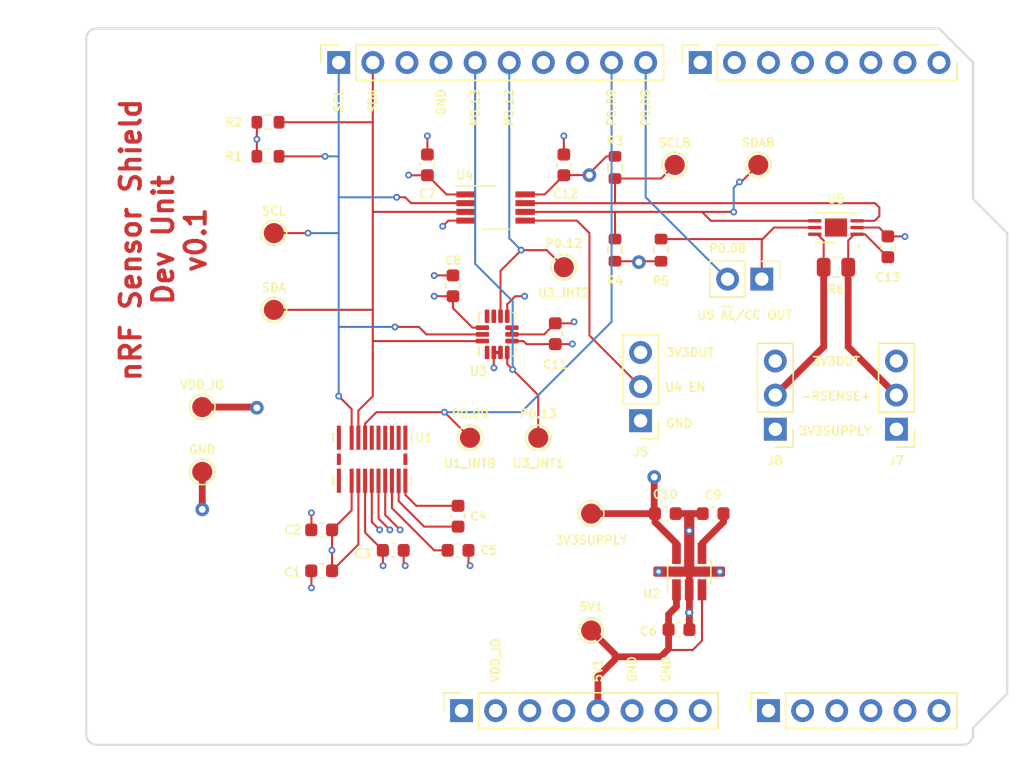
<source format=kicad_pcb>
(kicad_pcb (version 20221018) (generator pcbnew)
  (title_block (date "mar. 31 mars 2015"))
  (layers (0 "F.Cu" signal) (1 "In1.Cu" power) (2 "In2.Cu" power) (31 "B.Cu" signal) (34 "B.Paste" user) (35 "F.Paste" user) (36 "B.SilkS" user "B.Silkscreen") (37 "F.SilkS" user "F.Silkscreen") (38 "B.Mask" user) (39 "F.Mask" user) (44 "Edge.Cuts" user))
  (net 0 "")
  (net 1 "GND")
  (net 3 "Vdd_IO")
  (net 4 "3V3dut")
  (net 5 "/A0")
  (net 6 "/A1")
  (net 7 "/A2")
  (net 8 "/A3")
  (net 9 "Net-(U1-C1_N)")
  (net 10 "Net-(U1-C1_P)")
  (net 11 "Net-(U1-VREF)")
  (net 12 "5V1")
  (net 13 "SCL")
  (net 14 "Net-(U2-BYPASS)")
  (net 15 "/7")
  (net 16 "3V3supply")
  (net 17 "Net-(J7-Pin_2)")
  (net 19 "/4")
  (net 20 "/2")
  (net 21 "/*6")
  (net 22 "/*5")
  (net 23 "/TX{slash}1")
  (net 24 "/*3")
  (net 25 "/RX{slash}0")
  (net 28 "P0.13")
  (net 29 "P0.12")
  (net 32 "P0.09")
  (net 33 "P0.08")
  (net 34 "Net-(J5-Pin_2)")
  (net 35 "Net-(J6-Pin_1)")
  (net 36 "Net-(J8-Pin_2)")
  (net 37 "Net-(U4-SCLB)")
  (net 38 "Net-(U4-SDAB)")
  (net 52 "SDA")
  (net 54 "/A4")
  (net 55 "/A5")
  (footprint "Connector_PinSocket_2.54mm:PinSocket_1x08_P2.54mm_Vertical" (layer "F.Cu") (at 127.94 97.46 90)
    (fp_text reference "J1" hide)
    (fp_text value "Power")
  )
  (footprint "Connector_PinSocket_2.54mm:PinSocket_1x06_P2.54mm_Vertical" (layer "F.Cu") (at 150.8 97.46 90)
    (fp_text reference "J3" hide)
    (fp_text value "Analog")
  )
  (footprint "Connector_PinSocket_2.54mm:PinSocket_1x10_P2.54mm_Vertical" (layer "F.Cu") (at 118.796 49.2 90)
    (fp_text reference "J2" hide)
    (fp_text value "Digital/PWM")
  )
  (footprint "Connector_PinSocket_2.54mm:PinSocket_1x08_P2.54mm_Vertical" (layer "F.Cu") (at 145.72 49.2 90)
    (fp_text reference "J4" hide)
    (fp_text value "Digital/PWM")
  )
  (footprint "TestPoint:TestPoint_Pad_D1.5mm" (layer "F.Cu") (at 108.636 79.68)
    (fp_text reference "GND")
    (fp_text value "TestPoint")
  )
  (footprint "Package_SO:VSSOP-8_3.0x3.0mm_P0.65mm" (layer "F.Cu") (at 130.48 59.995)
    (fp_text reference "U4")
    (fp_text value "TCA9617A")
  )
  (footprint "TestPoint:TestPoint_Pad_D1.5mm" (layer "F.Cu") (at 143.815 56.82)
    (fp_text reference "SCLB")
    (fp_text value "TestPoint")
  )
  (footprint "TestPoint:TestPoint_Pad_D1.5mm" (layer "F.Cu") (at 113.97 61.9)
    (fp_text reference "SCL")
    (fp_text value "TestPoint")
  )
  (footprint "TestPoint:TestPoint_Pad_D1.5mm" (layer "F.Cu") (at 128.575 77.14)
    (fp_text reference "U1_INTB")
    (fp_text value "TestPoint")
  )
  (footprint "Capacitor_SMD:C_0603_1608Metric" (layer "F.Cu") (at 134.925 69.393 90)
    (fp_text reference "C11")
    (fp_text value "0.1uF")
  )
  (footprint "TestPoint:TestPoint_Pad_D1.5mm" (layer "F.Cu") (at 137.592 91.491 90)
    (fp_text reference "5V1")
    (fp_text value "TestPoint")
  )
  (footprint "Capacitor_SMD:C_0603_1608Metric" (layer "F.Cu") (at 135.56 56.82 90)
    (fp_text reference "C12")
    (fp_text value "1uF")
  )
  (footprint "Package_TO_SOT_SMD:SOT-23-5_HandSoldering" (layer "F.Cu") (at 144.897 87.107 90)
    (fp_text reference "U2")
    (fp_text value "LP3985")
  )
  (footprint "Connector_PinHeader_2.54mm:PinHeader_1x03_P2.54mm_Vertical" (layer "F.Cu") (at 160.325 76.505 180)
    (fp_text reference "J7")
    (fp_text value "Conn_01x03_Pin")
  )
  (footprint "Resistor_SMD:R_0603_1608Metric" (layer "F.Cu") (at 139.37 57.01 -90)
    (fp_text reference "R3")
    (fp_text value "4.7k")
  )
  (footprint "Capacitor_SMD:C_0603_1608Metric" (layer "F.Cu") (at 127.686 82.982 90)
    (fp_text reference "C4")
    (fp_text value "1uF")
  )
  (footprint "Capacitor_SMD:C_0603_1608Metric" (layer "F.Cu") (at 144.135 91.425)
    (fp_text reference "C6")
    (fp_text value "1uF")
  )
  (footprint "TestPoint:TestPoint_Pad_D1.5mm" (layer "F.Cu") (at 113.97 67.615)
    (fp_text reference "SDA")
    (fp_text value "TestPoint")
  )
  (footprint "Resistor_SMD:R_0603_1608Metric" (layer "F.Cu") (at 113.525 53.645)
    (fp_text reference "R2")
    (fp_text value "4.7k")
  )
  (footprint "Resistor_SMD:R_0805_2012Metric" (layer "F.Cu") (at 155.82138 64.44 180)
    (fp_text reference "R6")
    (fp_text value "0.075")
  )
  (footprint "Capacitor_SMD:C_0603_1608Metric" (layer "F.Cu") (at 122.86 85.522 180)
    (fp_text reference "C3")
    (fp_text value "1uF")
  )
  (footprint "Capacitor_SMD:C_0603_1608Metric" (layer "F.Cu") (at 127.686 85.522 180)
    (fp_text reference "C5")
    (fp_text value "1uF")
  )
  (footprint "Connector_PinHeader_2.54mm:PinHeader_1x02_P2.54mm_Vertical" (layer "F.Cu") (at 150.297 65.329 -90)
    (fp_text reference "U5 AL/CC OUT")
    (fp_text value "Conn_01x02_Pin")
  )
  (footprint "TestPoint:TestPoint_Pad_D1.5mm" (layer "F.Cu") (at 108.636 74.854)
    (fp_text reference "VDD_IO")
    (fp_text value "TestPoint")
  )
  (footprint "Connector_PinHeader_2.54mm:PinHeader_1x03_P2.54mm_Vertical" (layer "F.Cu") (at 141.275 75.87 180)
    (fp_text reference "J5")
    (fp_text value "Conn_01x03_Pin")
  )
  (footprint "CW_Custom_Library:MAX86150_extended" (layer "F.Cu") (at 121.31 78.74 -90)
    (fp_text reference "U1")
    (fp_text value "MAX86150EFF")
  )
  (footprint "Arduino_MountingHole:MountingHole_3.2mm" (layer "F.Cu") (at 115.24 49.2)
    (fp_text reference "MH1" hide)
    (fp_text value "MountingHole_3.2mm" hide)
  )
  (footprint "Capacitor_SMD:C_0603_1608Metric" (layer "F.Cu") (at 117.526 83.998)
    (fp_text reference "C2")
    (fp_text value "1uF")
  )
  (footprint "Resistor_SMD:R_0603_1608Metric" (layer "F.Cu") (at 142.799 63.17 90)
    (fp_text reference "R5")
    (fp_text value "4.7k")
  )
  (footprint "Capacitor_SMD:C_0603_1608Metric" (layer "F.Cu") (at 125.4 56.82 90)
    (fp_text reference "C7")
    (fp_text value "1uF")
  )
  (footprint "TestPoint:TestPoint_Pad_D1.5mm" (layer "F.Cu") (at 137.592 82.789 90)
    (fp_text reference "3V3SUPPLY")
    (fp_text value "TestPoint")
  )
  (footprint "Capacitor_SMD:C_0603_1608Metric" (layer "F.Cu") (at 159.69 62.916 -90)
    (fp_text reference "C13")
    (fp_text value "0.1uF")
  )
  (footprint "Capacitor_SMD:C_0603_1608Metric" (layer "F.Cu") (at 146.675 82.789 180)
    (fp_text reference "C9")
    (fp_text value "0.01uF")
  )
  (footprint "Capacitor_SMD:C_0603_1608Metric" (layer "F.Cu") (at 117.526 87.046)
    (fp_text reference "C1")
    (fp_text value "1uF")
  )
  (footprint "Resistor_SMD:R_0603_1608Metric" (layer "F.Cu") (at 139.37 63.17 90)
    (fp_text reference "R4")
    (fp_text value "4.7k")
  )
  (footprint "Capacitor_SMD:C_0603_1608Metric" (layer "F.Cu") (at 143.119 82.789)
    (fp_text reference "C10")
    (fp_text value "1uF")
  )
  (footprint "TestPoint:TestPoint_Pad_D1.5mm" (layer "F.Cu") (at 150.038 56.82)
    (fp_text reference "SDAB")
    (fp_text value "TestPoint")
  )
  (footprint "TestPoint:TestPoint_Pad_D1.5mm" (layer "F.Cu") (at 133.655 77.14)
    (fp_text reference "U3_INT1")
    (fp_text value "TestPoint")
  )
  (footprint "Connector_PinHeader_2.54mm:PinHeader_1x03_P2.54mm_Vertical" (layer "F.Cu") (at 151.308 76.505 180)
    (fp_text reference "J8")
    (fp_text value "Conn_01x03_Pin")
  )
  (footprint "Arduino_MountingHole:MountingHole_3.2mm" (layer "F.Cu") (at 113.97 97.46)
    (fp_text reference "MH2" hide)
    (fp_text value "MountingHole_3.2mm" hide)
  )
  (footprint "Resistor_SMD:R_0603_1608Metric" (layer "F.Cu") (at 113.525 56.185)
    (fp_text reference "R1")
    (fp_text value "4.7k")
  )
  (footprint "Arduino_MountingHole:MountingHole_3.2mm" (layer "F.Cu") (at 166.04 64.44)
    (fp_text reference "MH3" hide)
    (fp_text value "MountingHole_3.2mm" hide)
  )
  (footprint "Arduino_MountingHole:MountingHole_3.2mm" (layer "F.Cu") (at 166.04 92.38)
    (fp_text reference "MH4" hide)
    (fp_text value "MountingHole_3.2mm" hide)
  )
  (footprint "TestPoint:TestPoint_Pad_D1.5mm" (layer "F.Cu") (at 135.56 64.44)
    (fp_text reference "U3_INT2")
    (fp_text value "TestPoint")
  )
  (footprint "CW_Custom_Library:LSM6DSL_extended" (layer "F.Cu") (at 130.595 69.44 90)
    (fp_text reference "U3")
    (fp_text value "LSM6DSL")
  )
  (footprint "Capacitor_SMD:C_0603_1608Metric" (layer "F.Cu") (at 127.305 65.824 -90)
    (fp_text reference "C8")
    (fp_text value "0.1uF")
  )
  (footprint "CW_Custom_Library:LTC2942_Extended" (layer "F.Cu") (at 155.8225 61.485 180)
    (fp_text reference "U5")
    (fp_text value "LTC2942")
  )
  (gr_line (start 147.371 67.361) (end 148.133 67.361) (stroke (width 0.15)) (layer "F.SilkS"))
  (gr_line (start 166.04 59.36) (end 168.58 61.9) (stroke (width 0.15)) (layer "Edge.Cuts"))
  (gr_line (start 100 99.238) (end 100 47.422) (stroke (width 0.15)) (layer "Edge.Cuts"))
  (gr_line (start 168.58 61.9) (end 168.58 96.19) (stroke (width 0.15)) (layer "Edge.Cuts"))
  (gr_line (start 165.278 100) (end 100.762 100) (stroke (width 0.15)) (layer "Edge.Cuts"))
  (gr_line (start 100.762 46.66) (end 163.5 46.66) (stroke (width 0.15)) (layer "Edge.Cuts"))
  (gr_arc (start 100.762 100) (mid 100.223185 99.776815) (end 100 99.238) (stroke (width 0.15)) (layer "Edge.Cuts"))
  (gr_line (start 168.58 96.19) (end 166.04 98.73) (stroke (width 0.15)) (layer "Edge.Cuts"))
  (gr_line (start 163.5 46.66) (end 166.04 49.2) (stroke (width 0.15)) (layer "Edge.Cuts"))
  (gr_arc (start 166.04 99.238) (mid 165.816815 99.776815) (end 165.278 100) (stroke (width 0.15)) (layer "Edge.Cuts"))
  (gr_line (start 166.04 49.2) (end 166.04 59.36) (stroke (width 0.15)) (layer "Edge.Cuts"))
  (gr_line (start 166.04 98.73) (end 166.04 99.238) (stroke (width 0.15)) (layer "Edge.Cuts"))
  (gr_arc (start 100 47.422) (mid 100.223185 46.883185) (end 100.762 46.66) (stroke (width 0.15)) (layer "Edge.Cuts"))
  (gr_text "nRF Sensor Shield\nDev Unit\nv0.1" (at 109.017 62.408 90) (layer "F.Cu") (effects (font (size 1.5 1.5) (thickness 0.3) bold) (justify bottom)))
  (gr_text "GND" (at 126.416 51.105 90) (layer "F.SilkS") (effects (font (size 0.635 0.635) (thickness 0.127)) (justify right)))
  (gr_text "U4 EN" (at 144.6024 73.3808) (layer "F.SilkS") (effects (font (size 0.635 0.635) (thickness 0.127))))
  (gr_text "P0.09" (at 128.575 75.362) (layer "F.SilkS") (effects (font (size 0.635 0.635) (thickness 0.127))))
  (gr_text "P0.13" (at 133.655 75.362) (layer "F.SilkS") (effects (font (size 0.635 0.635) (thickness 0.127))))
  (gr_text "GND" (at 143.18 95.428 90) (layer "F.SilkS") (effects (font (size 0.635 0.635) (thickness 0.127)) (justify left)))
  (gr_text "P0.08" (at 147.752 63.043) (layer "F.SilkS") (effects (font (size 0.635 0.635) (thickness 0.127))))
  (gr_text "P0.13" (at 128.956 51.105 90) (layer "F.SilkS") (effects (font (size 0.635 0.635) (thickness 0.127)) (justify right)))
  (gr_text "-RSENSE+" (at 155.8292 74.0412) (layer "F.SilkS") (effects (font (size 0.635 0.635) (thickness 0.127))))
  (gr_text "SDA" (at 121.336 51.105 90) (layer "F.SilkS") (effects (font (size 0.635 0.635) (thickness 0.127)) (justify right)))
  (gr_text "P0.09" (at 139.116 51.105 90) (layer "F.SilkS") (effects (font (size 0.635 0.635) (thickness 0.127)) (justify right)))
  (gr_text "GND" (at 140.64 95.428 90) (layer "F.SilkS") (effects (font (size 0.635 0.635) (thickness 0.127)) (justify left)))
  (gr_text "SCL" (at 118.796 51.105 90) (layer "F.SilkS") (effects (font (size 0.635 0.635) (thickness 0.127)) (justify right)))
  (gr_text "P0.08" (at 141.656 51.105 90) (layer "F.SilkS") (effects (font (size 0.635 0.635) (thickness 0.127)) (justify right)))
  (gr_text "3V3DUT" (at 144.958 70.79) (layer "F.SilkS") (effects (font (size 0.635 0.635) (thickness 0.127))))
  (gr_text "P0.12" (at 131.496 51.105 90) (layer "F.SilkS") (effects (font (size 0.635 0.635) (thickness 0.127)) (justify right)))
  (gr_text "P0.12" (at 135.56 62.662) (layer "F.SilkS") (effects (font (size 0.635 0.635) (thickness 0.127))))
  (gr_text "." (at 157.531 63.17 180) (layer "F.SilkS") (effects (font (size 0.762 0.762) (thickness 0.254) bold)))
  (gr_text "3V3DUT" (at 155.8292 71.4504) (layer "F.SilkS") (effects (font (size 0.635 0.635) (thickness 0.127))))
  (gr_text "3V3SUPPLY" (at 155.7784 76.632) (layer "F.SilkS") (effects (font (size 0.635 0.635) (thickness 0.127))))
  (gr_text "5V1" (at 138.1 95.428 90) (layer "F.SilkS") (effects (font (size 0.635 0.635) (thickness 0.127)) (justify left)))
  (gr_text "GND" (at 144.1452 76.0732) (layer "F.SilkS") (effects (font (size 0.635 0.635) (thickness 0.127))))
  (gr_text "VDD_IO" (at 130.48 95.428 90) (layer "F.SilkS") (effects (font (size 0.635 0.635) (thickness 0.127)) (justify left)))
  (segment (start 123.635 86.551) (end 123.749 86.665) (width 0.1524) (layer "F.Cu") (net 1))
  (segment (start 159.69 62.141) (end 160.947 62.141) (width 0.1524) (layer "F.Cu") (net 1))
  (segment (start 131.695 69.44) (end 131.695 68.94) (width 0.254) (layer "F.Cu") (net 1))
  (segment (start 128.461 86.551) (end 128.575 86.665) (width 0.1524) (layer "F.Cu") (net 1))
  (segment (start 157.3975 61.485) (end 159.034 61.485) (width 0.1524) (layer "F.Cu") (net 1))
  (segment (start 116.764 88.316) (end 116.764 87.059) (width 0.1524) (layer "F.Cu") (net 1))
  (segment (start 108.636 82.474) (end 108.636 81.839) (width 0.508) (layer "F.Cu") (net 1))
  (segment (start 122.26 80.34) (end 122.26 82.89) (width 0.1524) (layer "F.Cu") (net 1))
  (segment (start 121.26 80.34) (end 121.26 83.414) (width 0.1524) (layer "F.Cu") (net 1))
  (segment (start 122.26 82.89) (end 123.368 83.998) (width 0.1524) (layer "F.Cu") (net 1))
  (segment (start 128.28 60.97) (end 126.965 60.97) (width 0.1524) (layer "F.Cu") (net 1))
  (segment (start 116.764 87.059) (end 116.751 87.046) (width 0.1524) (layer "F.Cu") (net 1))
  (segment (start 134.103 69.44) (end 134.925 68.618) (width 0.1524) (layer "F.Cu") (net 1))
  (segment (start 123.635 85.522) (end 123.635 86.551) (width 0.1524) (layer "F.Cu") (net 1))
  (segment (start 144.91 91.425) (end 144.91 87.247) (width 0.508) (layer "F.Cu") (net 1))
  (segment (start 108.636 79.68) (end 108.636 81.966) (width 0.508) (layer "F.Cu") (net 1))
  (segment (start 125.921 65.049) (end 125.908 65.062) (width 0.1524) (layer "F.Cu") (net 1))
  (segment (start 121.26 83.414) (end 121.844 83.998) (width 0.1524) (layer "F.Cu") (net 1))
  (segment (start 128.461 85.522) (end 128.461 86.551) (width 0.1524) (layer "F.Cu") (net 1))
  (segment (start 127.305 65.049) (end 125.921 65.049) (width 0.1524) (layer "F.Cu") (net 1))
  (segment (start 131.695 69.44) (end 134.103 69.44) (width 0.1524) (layer "F.Cu") (net 1))
  (segment (start 159.034 61.485) (end 159.69 62.141) (width 0.1524) (layer "F.Cu") (net 1))
  (segment (start 125.4 56.045) (end 125.4 54.661) (width 0.1524) (layer "F.Cu") (net 1))
  (segment (start 116.764 83.985) (end 116.764 82.728) (width 0.1524) (layer "F.Cu") (net 1))
  (segment (start 134.925 68.618) (end 136.208 68.618) (width 0.1524) (layer "F.Cu") (net 1))
  (segment (start 130.345 71.925) (end 130.353 71.933) (width 0.1524) (layer "F.Cu") (net 1))
  (segment (start 160.947 62.141) (end 160.96 62.154) (width 0.1524) (layer "F.Cu") (net 1))
  (segment (start 130.345 70.79) (end 130.845 70.79) (width 0.254) (layer "F.Cu") (net 1))
  (segment (start 126.965 60.97) (end 126.543 61.392) (width 0.1524) (layer "F.Cu") (net 1))
  (segment (start 136.208 68.618) (end 136.322 68.504) (width 0.1524) (layer "F.Cu") (net 1))
  (segment (start 121.76 80.34) (end 121.76 83.152) (width 0.1524) (layer "F.Cu") (net 1))
  (segment (start 108.636 81.966) (end 108.636 82.22) (width 0.508) (layer "F.Cu") (net 1))
  (segment (start 145.9 82.789) (end 143.894 82.789) (width 0.508) (layer "F.Cu") (net 1))
  (segment (start 135.56 56.045) (end 135.56 54.661) (width 0.1524) (layer "F.Cu") (net 1))
  (segment (start 121.76 83.152) (end 122.606 83.998) (width 0.1524) (layer "F.Cu") (net 1))
  (segment (start 130.345 70.79) (end 130.345 71.925) (width 0.1524) (layer "F.Cu") (net 1))
  (via (at 142.611 87.107) (size 0.6096) (drill 0.3048) (layers "F.Cu" "B.Cu") (net 1))
  (via (at 135.56 54.661) (size 0.508) (drill 0.254) (layers "F.Cu" "B.Cu") (net 1))
  (via (at 121.844 83.998) (size 0.508) (drill 0.254) (layers "F.Cu" "B.Cu") (net 1))
  (via (at 116.764 88.316) (size 0.508) (drill 0.254) (layers "F.Cu" "B.Cu") (net 1))
  (via (at 116.764 82.728) (size 0.508) (drill 0.254) (layers "F.Cu" "B.Cu") (net 1))
  (via (at 125.908 65.062) (size 0.508) (drill 0.254) (layers "F.Cu" "B.Cu") (net 1))
  (via (at 122.606 83.998) (size 0.508) (drill 0.254) (layers "F.Cu" "B.Cu") (net 1))
  (via (at 108.636 82.474) (size 1.016) (drill 0.508) (layers "F.Cu" "B.Cu") (net 1))
  (via (at 126.543 61.392) (size 0.508) (drill 0.254) (layers "F.Cu" "B.Cu") (net 1))
  (via (at 144.897 90.155) (size 0.6096) (drill 0.3048) (layers "F.Cu" "B.Cu") (net 1))
  (via (at 123.368 83.998) (size 0.508) (drill 0.254) (layers "F.Cu" "B.Cu") (net 1))
  (via (at 160.96 62.154) (size 0.508) (drill 0.254) (layers "F.Cu" "B.Cu") (net 1))
  (via (at 144.897 84.059) (size 0.6096) (drill 0.3048) (layers "F.Cu" "B.Cu") (net 1))
  (via (at 128.575 86.665) (size 0.508) (drill 0.254) (layers "F.Cu" "B.Cu") (net 1))
  (via (at 136.322 68.504) (size 0.508) (drill 0.254) (layers "F.Cu" "B.Cu") (net 1))
  (via (at 125.4 54.661) (size 0.508) (drill 0.254) (layers "F.Cu" "B.Cu") (net 1))
  (via (at 123.749 86.665) (size 0.508) (drill 0.254) (layers "F.Cu" "B.Cu") (net 1))
  (via (at 147.183 87.107) (size 0.6096) (drill 0.3048) (layers "F.Cu" "B.Cu") (net 1))
  (via (at 130.353 71.933) (size 0.508) (drill 0.254) (layers "F.Cu" "B.Cu") (net 1))
  (segment (start 128.757 68.94) (end 129.495 68.94) (width 0.1524) (layer "F.Cu") (net 3))
  (segment (start 124.156 57.595) (end 124.003 57.582) (width 0.1524) (layer "F.Cu") (net 3))
  (segment (start 108.636 74.854) (end 112.7 74.854) (width 0.508) (layer "F.Cu") (net 3))
  (segment (start 124.13 57.595) (end 124.143 57.595) (width 0.1524) (layer "F.Cu") (net 3))
  (segment (start 119.76 80.34) (end 119.76 82.539) (width 0.1524) (layer "F.Cu") (net 3))
  (segment (start 131.695 69.94) (end 132.551 69.94) (width 0.1524) (layer "F.Cu") (net 3))
  (segment (start 127.305 66.599) (end 127.305 67.488) (width 0.1524) (layer "F.Cu") (net 3))
  (segment (start 136.182 70.168) (end 136.195 70.155) (width 0.1524) (layer "F.Cu") (net 3))
  (segment (start 126.022 66.599) (end 125.908 66.713) (width 0.1524) (layer "F.Cu") (net 3))
  (segment (start 112.7 53.645) (end 112.7 54.915) (width 0.1524) (layer "F.Cu") (net 3))
  (segment (start 118.301 83.998) (end 118.301 85.509) (width 0.1524) (layer "F.Cu") (net 3))
  (segment (start 112.8016 74.854) (end 112.7508 74.854) (width 0.508) (layer "F.Cu") (net 3))
  (segment (start 112.7 54.915) (end 112.7 56.185) (width 0.1524) (layer "F.Cu") (net 3))
  (segment (start 132.779 70.168) (end 134.925 70.168) (width 0.1524) (layer "F.Cu") (net 3))
  (segment (start 119.76 82.539) (end 118.301 83.998) (width 0.1524) (layer "F.Cu") (net 3))
  (segment (start 118.301 85.509) (end 118.288 85.522) (width 0.1524) (layer "F.Cu") (net 3))
  (segment (start 124.003 57.582) (end 124.13 57.595) (width 0.1524) (layer "F.Cu") (net 3))
  (segment (start 118.301 85.535) (end 118.301 87.046) (width 0.1524) (layer "F.Cu") (net 3))
  (segment (start 131.9466 66.599) (end 132.639 66.599) (width 0.1524) (layer "F.Cu") (net 3))
  (segment (start 132.551 69.94) (end 132.779 70.168) (width 0.1524) (layer "F.Cu") (net 3))
  (segment (start 112.9032 74.9048) (end 112.8016 74.854) (width 0.508) (layer "F.Cu") (net 3))
  (segment (start 131.345 67.2006) (end 131.9466 66.599) (width 0.1524) (layer "F.Cu") (net 3))
  (segment (start 120.26 85.087) (end 118.301 87.046) (width 0.1524) (layer "F.Cu") (net 3))
  (segment (start 120.26 80.34) (end 120.26 85.087) (width 0.1524) (layer "F.Cu") (net 3))
  (segment (start 126.825 59.02) (end 125.4 57.595) (width 0.1524) (layer "F.Cu") (net 3))
  (segment (start 112.7 74.854) (end 112.9032 74.9048) (width 0.508) (layer "F.Cu") (net 3))
  (segment (start 118.288 85.522) (end 118.301 85.535) (width 0.1524) (layer "F.Cu") (net 3))
  (segment (start 127.305 67.488) (end 128.757 68.94) (width 0.1524) (layer "F.Cu") (net 3))
  (segment (start 125.4 57.595) (end 124.156 57.595) (width 0.1524) (layer "F.Cu") (net 3))
  (segment (start 128.28 59.02) (end 126.825 59.02) (width 0.1524) (layer "F.Cu") (net 3))
  (segment (start 127.305 66.599) (end 126.022 66.599) (width 0.1524) (layer "F.Cu") (net 3))
  (segment (start 134.925 70.168) (end 136.182 70.168) (width 0.1524) (layer "F.Cu") (net 3))
  (segment (start 131.345 68.09) (end 131.345 67.2006) (width 0.1524) (layer "F.Cu") (net 3))
  (via (at 132.639 66.599) (size 0.508) (drill 0.254) (layers "F.Cu" "B.Cu") (net 3))
  (via (at 118.288 85.522) (size 0.508) (drill 0.254) (layers "F.Cu" "B.Cu") (net 3))
  (via (at 125.908 66.599) (size 0.508) (drill 0.254) (layers "F.Cu" "B.Cu") (net 3))
  (via (at 136.195 70.155) (size 0.508) (drill 0.254) (layers "F.Cu" "B.Cu") (net 3))
  (via (at 112.7 74.9048) (size 1.016) (drill 0.508) (layers "F.Cu" "B.Cu") (net 3))
  (via (at 112.7 54.915) (size 0.508) (drill 0.254) (layers "F.Cu" "B.Cu") (net 3))
  (via (at 124.003 57.582) (size 0.508) (drill 0.254) (layers "F.Cu" "B.Cu") (net 3))
  (segment (start 142.799 63.996) (end 141.211 63.996) (width 0.1524) (layer "F.Cu") (net 4))
  (segment (start 120.76 84.197) (end 122.085 85.522) (width 0.1524) (layer "F.Cu") (net 4))
  (segment (start 135.573 57.582) (end 135.56 57.595) (width 0.1524) (layer "F.Cu") (net 4))
  (segment (start 141.211 63.996) (end 141.148 64.059) (width 0.1524) (layer "F.Cu") (net 4))
  (segment (start 132.68 59.02) (end 134.135 59.02) (width 0.1524) (layer "F.Cu") (net 4))
  (segment (start 141.085 63.996) (end 139.371 63.996) (width 0.1524) (layer "F.Cu") (net 4))
  (segment (start 120.76 80.34) (end 120.76 84.197) (width 0.1524) (layer "F.Cu") (net 4))
  (segment (start 137.465 57.455) (end 137.465 57.582) (width 0.1524) (layer "F.Cu") (net 4))
  (segment (start 122.085 85.522) (end 122.085 86.652) (width 0.1524) (layer "F.Cu") (net 4))
  (segment (start 139.371 63.996) (end 139.37 63.995) (width 0.1524) (layer "F.Cu") (net 4))
  (segment (start 122.085 86.652) (end 122.098 86.665) (width 0.1524) (layer "F.Cu") (net 4))
  (segment (start 141.148 64.059) (end 141.085 63.996) (width 0.1524) (layer "F.Cu") (net 4))
  (segment (start 137.465 57.582) (end 137.338 57.582) (width 0.1524) (layer "F.Cu") (net 4))
  (segment (start 137.338 57.582) (end 135.573 57.582) (width 0.1524) (layer "F.Cu") (net 4))
  (segment (start 134.135 59.02) (end 135.56 57.595) (width 0.1524) (layer "F.Cu") (net 4))
  (segment (start 139.37 56.185) (end 138.735 56.185) (width 0.1524) (layer "F.Cu") (net 4))
  (segment (start 138.735 56.185) (end 137.465 57.455) (width 0.1524) (layer "F.Cu") (net 4))
  (via (at 122.098 86.665) (size 0.508) (drill 0.254) (layers "F.Cu" "B.Cu") (net 4))
  (via (at 137.465 57.582) (size 1.016) (drill 0.508) (layers "F.Cu" "B.Cu") (net 4))
  (via (at 141.148 64.059) (size 1.016) (drill 0.508) (layers "F.Cu" "B.Cu") (net 4))
  (segment (start 123.26 80.34) (end 123.26 81.858) (width 0.1524) (layer "F.Cu") (net 9))
  (segment (start 123.26 81.858) (end 125.159 83.757) (width 0.1524) (layer "F.Cu") (net 9))
  (segment (start 125.159 83.757) (end 127.686 83.757) (width 0.1524) (layer "F.Cu") (net 9))
  (segment (start 124.5746 82.207) (end 127.686 82.207) (width 0.1524) (layer "F.Cu") (net 10))
  (segment (start 123.76 80.34) (end 123.76 81.3924) (width 0.1524) (layer "F.Cu") (net 10))
  (segment (start 123.76 81.3924) (end 124.5746 82.207) (width 0.1524) (layer "F.Cu") (net 10))
  (segment (start 122.76 80.34) (end 122.76 82.374) (width 0.1524) (layer "F.Cu") (net 11))
  (segment (start 122.76 82.374) (end 125.908 85.522) (width 0.1524) (layer "F.Cu") (net 11))
  (segment (start 125.908 85.522) (end 126.911 85.522) (width 0.1524) (layer "F.Cu") (net 11))
  (segment (start 139.37 93.269) (end 137.592 91.491) (width 0.508) (layer "F.Cu") (net 12))
  (segment (start 143.36 91.425) (end 143.36 92.8604) (width 0.508) (layer "F.Cu") (net 12))
  (segment (start 138.1 94.92) (end 138.1 97.46) (width 0.508) (layer "F.Cu") (net 12))
  (segment (start 143.36 91.425) (end 143.36 90.295) (width 0.508) (layer "F.Cu") (net 12))
  (segment (start 142.7736 93.4468) (end 139.4716 93.4468) (width 0.508) (layer "F.Cu") (net 12))
  (segment (start 139.37 93.65) (end 139.37 93.269) (width 0.508) (layer "F.Cu") (net 12))
  (segment (start 145.1612 92.9388) (end 145.847 92.253) (width 0.1524) (layer "F.Cu") (net 12))
  (segment (start 143.947 89.708) (end 143.947 88.457) (width 0.508) (layer "F.Cu") (net 12))
  (segment (start 143.3832 92.9388) (end 145.1612 92.9388) (width 0.1524) (layer "F.Cu") (net 12))
  (segment (start 143.36 92.8604) (end 142.7736 93.4468) (width 0.508) (layer "F.Cu") (net 12))
  (segment (start 143.36 90.295) (end 143.947 89.708) (width 0.508) (layer "F.Cu") (net 12))
  (segment (start 139.37 93.65) (end 138.1 94.92) (width 0.508) (layer "F.Cu") (net 12))
  (segment (start 145.847 92.253) (end 145.847 88.457) (width 0.1524) (layer "F.Cu") (net 12))
  (segment (start 122.987 68.885) (end 124.765 68.885) (width 0.1524) (layer "F.Cu") (net 13))
  (segment (start 117.78 56.185) (end 114.35 56.185) (width 0.1524) (layer "F.Cu") (net 13))
  (segment (start 125.32 69.44) (end 124.765 68.885) (width 0.1524) (layer "F.Cu") (net 13))
  (segment (start 123.114 59.233) (end 123.749 59.233) (width 0.1524) (layer "F.Cu") (net 13))
  (segment (start 113.97 61.9) (end 116.51 61.9) (width 0.1524) (layer "F.Cu") (net 13))
  (segment (start 118.796 74.041) (end 119.76 75.005) (width 0.1524) (layer "F.Cu") (net 13))
  (segment (start 119.76 75.005) (end 119.76 77.14) (width 0.1524) (layer "F.Cu") (net 13))
  (segment (start 129.495 69.44) (end 125.32 69.44) (width 0.1524) (layer "F.Cu") (net 13))
  (segment (start 124.186 59.67) (end 123.749 59.233) (width 0.1524) (layer "F.Cu") (net 13))
  (segment (start 128.28 59.67) (end 124.186 59.67) (width 0.1524) (layer "F.Cu") (net 13))
  (via (at 122.987 68.885) (size 0.508) (drill 0.254) (layers "F.Cu" "B.Cu") (net 13))
  (via (at 117.78 56.185) (size 0.508) (drill 0.254) (layers "F.Cu" "B.Cu") (net 13))
  (via (at 116.51 61.9) (size 0.508) (drill 0.254) (layers "F.Cu" "B.Cu") (net 13))
  (via (at 123.114 59.233) (size 0.508) (drill 0.254) (layers "F.Cu" "B.Cu") (net 13))
  (via (at 118.796 74.041) (size 0.508) (drill 0.254) (layers "F.Cu" "B.Cu") (net 13))
  (segment (start 123.114 59.233) (end 118.796 59.233) (width 0.1524) (layer "B.Cu") (net 13))
  (segment (start 118.796 61.9) (end 118.796 68.885) (width 0.1524) (layer "B.Cu") (net 13))
  (segment (start 118.796 59.233) (end 118.796 61.9) (width 0.1524) (layer "B.Cu") (net 13))
  (segment (start 118.796 68.885) (end 118.796 74.041) (width 0.1524) (layer "B.Cu") (net 13))
  (segment (start 118.796 56.185) (end 117.78 56.185) (width 0.1524) (layer "B.Cu") (net 13))
  (segment (start 116.51 61.9) (end 118.796 61.9) (width 0.1524) (layer "B.Cu") (net 13))
  (segment (start 118.796 49.2) (end 118.796 59.233) (width 0.1524) (layer "B.Cu") (net 13))
  (segment (start 122.987 68.885) (end 118.796 68.885) (width 0.1524) (layer "B.Cu") (net 13))
  (segment (start 147.45 83.411) (end 147.45 82.789) (width 0.508) (layer "F.Cu") (net 14))
  (segment (start 145.847 85.757) (end 145.847 85.014) (width 0.508) (layer "F.Cu") (net 14))
  (segment (start 145.847 85.014) (end 147.45 83.411) (width 0.508) (layer "F.Cu") (net 14))
  (segment (start 143.947 85.014) (end 142.344 83.411) (width 0.508) (layer "F.Cu") (net 16))
  (segment (start 142.291 82.736) (end 142.344 82.789) (width 0.508) (layer "F.Cu") (net 16))
  (segment (start 142.291 80.061) (end 142.291 82.736) (width 0.508) (layer "F.Cu") (net 16))
  (segment (start 143.947 85.757) (end 143.947 85.014) (width 0.508) (layer "F.Cu") (net 16))
  (segment (start 142.344 83.411) (end 142.344 82.789) (width 0.508) (layer "F.Cu") (net 16))
  (segment (start 142.344 82.789) (end 137.592 82.789) (width 0.508) (layer "F.Cu") (net 16))
  (via (at 142.291 80.061) (size 1.016) (drill 0.508) (layers "F.Cu" "B.Cu") (net 16))
  (segment (start 156.73388 64.44) (end 156.73388 70.37388) (width 0.508) (layer "F.Cu") (net 17))
  (segment (start 157.3975 61.985) (end 157.997 61.985) (width 0.1524) (layer "F.Cu") (net 17))
  (segment (start 157.192 61.985) (end 157.3975 61.985) (width 0.1524) (layer "F.Cu") (net 17))
  (segment (start 157.997 61.985) (end 157.997 61.998) (width 0.1524) (layer "F.Cu") (net 17))
  (segment (start 157.997 61.998) (end 159.69 63.691) (width 0.1524) (layer "F.Cu") (net 17))
  (segment (start 156.73388 64.44) (end 156.73388 62.4586) (width 0.1524) (layer "F.Cu") (net 17))
  (segment (start 156.73388 70.37388) (end 160.325 73.965) (width 0.508) (layer "F.Cu") (net 17))
  (segment (start 156.73388 62.4586) (end 157.192 61.985) (width 0.1524) (layer "F.Cu") (net 17))
  (segment (start 131.345 70.79) (end 131.345 71.655) (width 0.1524) (layer "F.Cu") (net 28))
  (segment (start 133.655 73.965) (end 133.655 77.14) (width 0.1524) (layer "F.Cu") (net 28))
  (segment (start 131.345 71.655) (end 131.75 72.06) (width 0.1524) (layer "F.Cu") (net 28))
  (segment (start 131.75 72.06) (end 133.655 73.965) (width 0.1524) (layer "F.Cu") (net 28))
  (via (at 131.75 72.06) (size 0.508) (drill 0.254) (layers "F.Cu" "B.Cu") (net 28))
  (segment (start 128.956 64.186) (end 128.956 49.2) (width 0.1524) (layer "B.Cu") (net 28))
  (segment (start 131.75 72.06) (end 131.75 66.98) (width 0.1524) (layer "B.Cu") (net 28))
  (segment (start 131.75 66.98) (end 128.956 64.186) (width 0.1524) (layer "B.Cu") (net 28))
  (segment (start 130.845 64.71) (end 132.385 63.17) (width 0.1524) (layer "F.Cu") (net 29))
  (segment (start 130.845 68.09) (end 130.845 64.71) (width 0.1524) (layer "F.Cu") (net 29))
  (segment (start 132.385 63.17) (end 134.29 63.17) (width 0.1524) (layer "F.Cu") (net 29))
  (segment (start 134.29 63.17) (end 135.56 64.44) (width 0.1524) (layer "F.Cu") (net 29))
  (via (at 132.385 63.17) (size 0.508) (drill 0.254) (layers "F.Cu" "B.Cu") (net 29))
  (segment (start 131.496 62.281) (end 131.496 49.2) (width 0.1524) (layer "B.Cu") (net 29))
  (segment (start 132.385 63.17) (end 131.496 62.281) (width 0.1524) (layer "B.Cu") (net 29))
  (segment (start 121.6126 75.235) (end 120.76 76.0876) (width 0.1524) (layer "F.Cu") (net 32))
  (segment (start 120.76 76.0876) (end 120.76 77.14) (width 0.1524) (layer "F.Cu") (net 32))
  (segment (start 126.67 75.235) (end 121.6126 75.235) (width 0.1524) (layer "F.Cu") (net 32))
  (segment (start 126.67 75.235) (end 128.575 77.14) (width 0.1524) (layer "F.Cu") (net 32))
  (via (at 126.67 75.235) (size 0.508) (drill 0.254) (layers "F.Cu" "B.Cu") (net 32))
  (segment (start 132.385 75.235) (end 139.116 68.504) (width 0.1524) (layer "B.Cu") (net 32))
  (segment (start 139.116 68.504) (end 139.116 49.2) (width 0.1524) (layer "B.Cu") (net 32))
  (segment (start 126.67 75.235) (end 132.385 75.235) (width 0.1524) (layer "B.Cu") (net 32))
  (segment (start 147.757 65.329) (end 141.656 59.228) (width 0.1524) (layer "B.Cu") (net 33))
  (segment (start 141.656 59.228) (end 141.656 49.2) (width 0.1524) (layer "B.Cu") (net 33))
  (segment (start 137.465 69.52) (end 141.275 73.33) (width 0.1524) (layer "F.Cu") (net 34))
  (segment (start 136.535 60.97) (end 137.465 61.9) (width 0.1524) (layer "F.Cu") (net 34))
  (segment (start 137.465 61.9) (end 137.465 69.52) (width 0.1524) (layer "F.Cu") (net 34))
  (segment (start 132.68 60.97) (end 136.535 60.97) (width 0.1524) (layer "F.Cu") (net 34))
  (segment (start 154.2475 61.485) (end 151.215 61.485) (width 0.1524) (layer "F.Cu") (net 35))
  (segment (start 150.355 62.345) (end 142.799 62.345) (width 0.1524) (layer "F.Cu") (net 35))
  (segment (start 150.297 65.329) (end 150.297 62.403) (width 0.1524) (layer "F.Cu") (net 35))
  (segment (start 150.297 62.403) (end 150.355 62.345) (width 0.1524) (layer "F.Cu") (net 35))
  (segment (start 151.215 61.485) (end 150.355 62.345) (width 0.1524) (layer "F.Cu") (net 35))
  (segment (start 154.90888 64.44) (end 154.90888 70.36412) (width 0.508) (layer "F.Cu") (net 36))
  (segment (start 154.90888 62.45288) (end 154.441 61.985) (width 0.1524) (layer "F.Cu") (net 36))
  (segment (start 154.90888 70.36412) (end 151.308 73.965) (width 0.508) (layer "F.Cu") (net 36))
  (segment (start 154.90888 64.44) (end 154.90888 62.45288) (width 0.1524) (layer "F.Cu") (net 36))
  (segment (start 154.441 61.985) (end 154.2475 61.985) (width 0.1524) (layer "F.Cu") (net 36))
  (segment (start 158.73 59.67) (end 159.055 59.995) (width 0.1524) (layer "F.Cu") (net 37))
  (segment (start 142.8 57.835) (end 143.815 56.82) (width 0.1524) (layer "F.Cu") (net 37))
  (segment (start 158.7 60.985) (end 157.3975 60.985) (width 0.1524) (layer "F.Cu") (net 37))
  (segment (start 132.68 59.67) (end 139.37 59.67) (width 0.1524) (layer "F.Cu") (net 37))
  (segment (start 139.37 57.835) (end 139.37 59.67) (width 0.1524) (layer "F.Cu") (net 37))
  (segment (start 159.055 59.995) (end 159.055 60.63) (width 0.1524) (layer "F.Cu") (net 37))
  (segment (start 159.055 60.63) (end 158.7 60.985) (width 0.1524) (layer "F.Cu") (net 37))
  (segment (start 139.37 59.67) (end 158.73 59.67) (width 0.1524) (layer "F.Cu") (net 37))
  (segment (start 139.37 57.835) (end 142.8 57.835) (width 0.1524) (layer "F.Cu") (net 37))
  (segment (start 139.37 62.345) (end 139.37 60.32) (width 0.1524) (layer "F.Cu") (net 38))
  (segment (start 146.512 60.985) (end 145.847 60.32) (width 0.1524) (layer "F.Cu") (net 38))
  (segment (start 145.847 60.32) (end 148.204 60.32) (width 0.1524) (layer "F.Cu") (net 38))
  (segment (start 132.68 60.32) (end 145.847 60.32) (width 0.1524) (layer "F.Cu") (net 38))
  (segment (start 154.2475 60.985) (end 146.512 60.985) (width 0.1524) (layer "F.Cu") (net 38))
  (segment (start 148.641 58.09) (end 148.768 58.09) (width 0.1524) (layer "F.Cu") (net 38))
  (segment (start 148.204 60.32) (end 148.2092 60.3252) (width 0.1524) (layer "F.Cu") (net 38))
  (segment (start 148.768 58.09) (end 150.038 56.82) (width 0.1524) (layer "F.Cu") (net 38))
  (via (at 148.2092 60.3252) (size 0.508) (drill 0.254) (layers "F.Cu" "B.Cu") (net 38))
  (via (at 148.641 58.09) (size 0.508) (drill 0.254) (layers "F.Cu" "B.Cu") (net 38))
  (segment (start 148.2092 58.5218) (end 148.641 58.09) (width 0.1524) (layer "B.Cu") (net 38))
  (segment (start 148.2092 60.3252) (end 148.2092 58.5218) (width 0.1524) (layer "B.Cu") (net 38))
  (segment (start 121.336 60.249) (end 121.336 67.615) (width 0.1524) (layer "F.Cu") (net 52))
  (segment (start 121.336 49.2) (end 121.336 60.249) (width 0.1524) (layer "F.Cu") (net 52))
  (segment (start 129.495 69.94) (end 121.375 69.94) (width 0.1524) (layer "F.Cu") (net 52))
  (segment (start 121.336 70.79) (end 121.336 74.041) (width 0.1524) (layer "F.Cu") (net 52))
  (segment (start 121.336 74.041) (end 120.26 75.117) (width 0.1524) (layer "F.Cu") (net 52))
  (segment (start 121.344 71.29) (end 121.336 71.298) (width 0.1524) (layer "F.Cu") (net 52))
  (segment (start 121.336 67.615) (end 121.336 69.901) (width 0.1524) (layer "F.Cu") (net 52))
  (segment (start 120.26 75.117) (end 120.26 77.14) (width 0.1524) (layer "F.Cu") (net 52))
  (segment (start 121.336 69.901) (end 121.336 70.79) (width 0.1524) (layer "F.Cu") (net 52))
  (segment (start 113.97 67.615) (end 121.336 67.615) (width 0.1524) (layer "F.Cu") (net 52))
  (segment (start 121.407 60.32) (end 128.28 60.32) (width 0.1524) (layer "F.Cu") (net 52))
  (segment (start 121.336 60.249) (end 121.407 60.32) (width 0.1524) (layer "F.Cu") (net 52))
  (segment (start 121.375 69.94) (end 121.336 69.901) (width 0.1524) (layer "F.Cu") (net 52))
  (segment (start 114.35 53.645) (end 121.336 53.645) (width 0.1524) (layer "F.Cu") (net 52))
  (segment (start 121.336 70.79) (end 121.336 71.298) (width 0.1524) (layer "F.Cu") (net 52))
  (zone (net 1) (net_name "GND") (layer "F.Cu") (priority 1) (connect_pads (clearance 0.1524)) (min_thickness 0.25) (fill yes (thermal_gap 0.1524) (thermal_bridge_width 0.5))
    (polygon (pts (xy 142.23 86.726) (xy 147.564 86.726) (xy 147.564 87.488) (xy 142.23 87.488)))
  )
  (zone (net 1) (net_name "GND") (layer "F.Cu") (priority 2) (connect_pads (clearance 0.1524)) (min_thickness 0.25) (fill yes (thermal_gap 0.1524) (thermal_bridge_width 0.5))
    (polygon (pts (xy 145.278 86.726) (xy 145.278 82.535) (xy 144.516 82.535) (xy 144.516 86.726)))
  )
)
</source>
